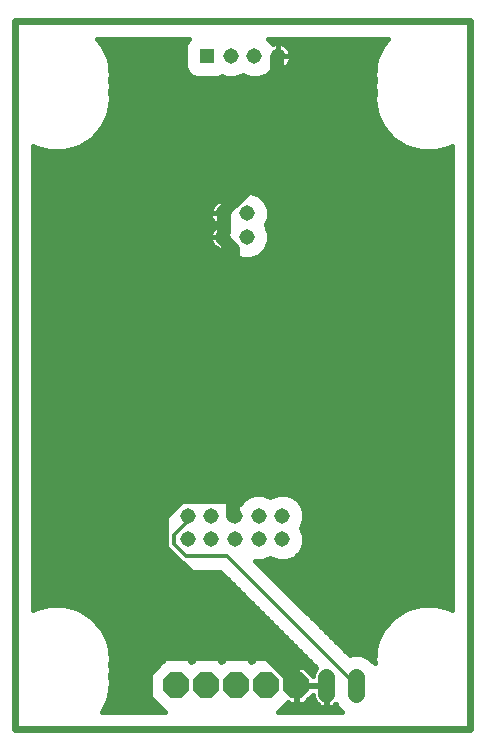
<source format=gbl>
G75*
%MOIN*%
%OFA0B0*%
%FSLAX25Y25*%
%IPPOS*%
%LPD*%
%AMOC8*
5,1,8,0,0,1.08239X$1,22.5*
%
%ADD10C,0.02400*%
%ADD11C,0.05150*%
%ADD12R,0.05150X0.05150*%
%ADD13C,0.05600*%
%ADD14OC8,0.08500*%
%ADD15C,0.04724*%
%ADD16C,0.01600*%
%ADD17C,0.01181*%
D10*
X0024406Y0031228D02*
X0175981Y0031228D01*
X0175981Y0267449D01*
X0024406Y0267449D01*
X0024406Y0031228D01*
D11*
X0081946Y0094575D03*
X0089820Y0094575D03*
X0097694Y0094575D03*
X0105568Y0094575D03*
X0113442Y0094575D03*
X0113442Y0102449D03*
X0105568Y0102449D03*
X0097694Y0102449D03*
X0089820Y0102449D03*
X0081946Y0102449D03*
X0093757Y0195362D03*
X0093757Y0203236D03*
X0101631Y0203236D03*
X0101631Y0195362D03*
X0104131Y0255638D03*
X0112005Y0255638D03*
X0096257Y0255638D03*
D12*
X0088383Y0255638D03*
D13*
X0128186Y0048713D02*
X0128186Y0043113D01*
X0138186Y0043113D02*
X0138186Y0048713D01*
D14*
X0118186Y0045913D03*
X0108186Y0045913D03*
X0098186Y0045913D03*
X0088186Y0045913D03*
X0078186Y0045913D03*
D15*
X0079111Y0085461D02*
X0073264Y0091307D01*
X0073264Y0102469D01*
X0079642Y0108846D01*
X0097182Y0108846D01*
X0097182Y0102469D01*
X0097694Y0102449D01*
X0097182Y0108846D02*
X0097182Y0191228D01*
X0093461Y0194949D01*
X0093757Y0195362D01*
X0093993Y0197606D01*
X0093993Y0202921D01*
X0093757Y0203236D01*
X0095056Y0205047D01*
X0111532Y0221524D01*
X0111532Y0255539D01*
X0112005Y0255638D01*
X0079642Y0085461D02*
X0079111Y0085461D01*
X0079642Y0085461D02*
X0117910Y0047193D01*
X0117910Y0046130D01*
X0118186Y0045913D01*
D16*
X0118386Y0045713D02*
X0118386Y0039863D01*
X0120692Y0039863D01*
X0123586Y0042757D01*
X0123586Y0042751D01*
X0123699Y0042036D01*
X0123923Y0041348D01*
X0124251Y0040702D01*
X0124677Y0040117D01*
X0125189Y0039605D01*
X0125775Y0039179D01*
X0126420Y0038850D01*
X0127109Y0038627D01*
X0127824Y0038513D01*
X0128086Y0038513D01*
X0128086Y0045813D01*
X0128286Y0045813D01*
X0128286Y0038513D01*
X0128548Y0038513D01*
X0129263Y0038627D01*
X0129951Y0038850D01*
X0130597Y0039179D01*
X0131182Y0039605D01*
X0131394Y0039816D01*
X0131796Y0038844D01*
X0133475Y0037165D01*
X0112147Y0037165D01*
X0115262Y0040281D01*
X0115680Y0039863D01*
X0117986Y0039863D01*
X0117986Y0045713D01*
X0118386Y0045713D01*
X0118386Y0046113D01*
X0123586Y0046113D01*
X0123586Y0046013D01*
X0128086Y0046013D01*
X0128086Y0045813D01*
X0123586Y0045813D01*
X0123586Y0045713D01*
X0118386Y0045713D01*
X0118386Y0046113D02*
X0117986Y0046113D01*
X0117986Y0051963D01*
X0115680Y0051963D01*
X0115262Y0051546D01*
X0111908Y0054900D01*
X0104463Y0054900D01*
X0103186Y0053623D01*
X0101908Y0054900D01*
X0094463Y0054900D01*
X0093186Y0053623D01*
X0091908Y0054900D01*
X0084463Y0054900D01*
X0083186Y0053623D01*
X0081908Y0054900D01*
X0074463Y0054900D01*
X0069199Y0049636D01*
X0069199Y0042191D01*
X0074224Y0037165D01*
X0053437Y0037165D01*
X0053442Y0037172D01*
X0055587Y0041867D01*
X0056321Y0046976D01*
X0056038Y0048945D01*
X0056321Y0050913D01*
X0056038Y0052882D01*
X0056321Y0054850D01*
X0055587Y0059960D01*
X0053442Y0064655D01*
X0053442Y0064655D01*
X0050062Y0068556D01*
X0050062Y0068556D01*
X0045719Y0071347D01*
X0040767Y0072801D01*
X0035605Y0072801D01*
X0030652Y0071347D01*
X0030343Y0071148D01*
X0030343Y0225560D01*
X0030652Y0225362D01*
X0035605Y0223907D01*
X0040767Y0223907D01*
X0045719Y0225362D01*
X0045719Y0225362D01*
X0050062Y0228152D01*
X0050062Y0228152D01*
X0050062Y0228152D01*
X0053442Y0232054D01*
X0055587Y0236749D01*
X0056321Y0241858D01*
X0056038Y0243827D01*
X0056321Y0245795D01*
X0056038Y0247764D01*
X0056321Y0249732D01*
X0055587Y0254842D01*
X0053442Y0259537D01*
X0051731Y0261512D01*
X0082408Y0261512D01*
X0081792Y0260896D01*
X0081071Y0259155D01*
X0081071Y0252121D01*
X0081792Y0250380D01*
X0083124Y0249047D01*
X0084865Y0248326D01*
X0091900Y0248326D01*
X0093351Y0248927D01*
X0094802Y0248326D01*
X0097711Y0248326D01*
X0100194Y0249354D01*
X0102676Y0248326D01*
X0105585Y0248326D01*
X0108272Y0249439D01*
X0110329Y0251496D01*
X0110361Y0251572D01*
X0110980Y0251371D01*
X0111660Y0251263D01*
X0112005Y0251263D01*
X0112349Y0251263D01*
X0113029Y0251371D01*
X0113684Y0251584D01*
X0114297Y0251896D01*
X0114855Y0252301D01*
X0115341Y0252788D01*
X0115746Y0253345D01*
X0116059Y0253958D01*
X0116272Y0254613D01*
X0116379Y0255293D01*
X0116379Y0255638D01*
X0116379Y0255982D01*
X0116272Y0256662D01*
X0116059Y0257317D01*
X0115746Y0257931D01*
X0115341Y0258488D01*
X0114855Y0258975D01*
X0114297Y0259379D01*
X0113684Y0259692D01*
X0113029Y0259905D01*
X0112349Y0260013D01*
X0112005Y0260013D01*
X0112005Y0255638D01*
X0116379Y0255638D01*
X0112005Y0255638D01*
X0112005Y0255638D01*
X0112005Y0255638D01*
X0112005Y0260013D01*
X0111660Y0260013D01*
X0110980Y0259905D01*
X0110361Y0259704D01*
X0110329Y0259780D01*
X0108597Y0261512D01*
X0148656Y0261512D01*
X0146945Y0259537D01*
X0144801Y0254842D01*
X0144801Y0254842D01*
X0144066Y0249732D01*
X0144349Y0247764D01*
X0144066Y0245795D01*
X0144349Y0243827D01*
X0144066Y0241858D01*
X0144801Y0236749D01*
X0146945Y0232054D01*
X0146945Y0232054D01*
X0150325Y0228152D01*
X0154668Y0225362D01*
X0159620Y0223907D01*
X0164782Y0223907D01*
X0169735Y0225362D01*
X0170044Y0225560D01*
X0170044Y0071148D01*
X0169735Y0071347D01*
X0164782Y0072801D01*
X0159620Y0072801D01*
X0154668Y0071347D01*
X0154668Y0071347D01*
X0150325Y0068556D01*
X0146945Y0064655D01*
X0144801Y0059960D01*
X0144066Y0054850D01*
X0144294Y0053264D01*
X0142455Y0055103D01*
X0139685Y0056250D01*
X0136686Y0056250D01*
X0135862Y0055909D01*
X0104508Y0087263D01*
X0107022Y0087263D01*
X0109505Y0088291D01*
X0111987Y0087263D01*
X0114896Y0087263D01*
X0117583Y0088376D01*
X0119640Y0090433D01*
X0120753Y0093120D01*
X0120753Y0096029D01*
X0119725Y0098512D01*
X0120753Y0100994D01*
X0120753Y0103903D01*
X0119640Y0106591D01*
X0117583Y0108647D01*
X0114896Y0109761D01*
X0111987Y0109761D01*
X0109505Y0108732D01*
X0107022Y0109761D01*
X0104113Y0109761D01*
X0101426Y0108647D01*
X0099369Y0106591D01*
X0099337Y0106515D01*
X0098718Y0106716D01*
X0098038Y0106824D01*
X0097694Y0106824D01*
X0097694Y0102449D01*
X0097693Y0102449D01*
X0097693Y0106824D01*
X0097349Y0106824D01*
X0096669Y0106716D01*
X0096050Y0106515D01*
X0096018Y0106591D01*
X0093961Y0108647D01*
X0091274Y0109761D01*
X0088365Y0109761D01*
X0085883Y0108732D01*
X0083400Y0109761D01*
X0080491Y0109761D01*
X0077804Y0108647D01*
X0075747Y0106591D01*
X0074634Y0103903D01*
X0074634Y0100994D01*
X0074708Y0100816D01*
X0074499Y0100607D01*
X0073000Y0099108D01*
X0072189Y0097150D01*
X0072189Y0091842D01*
X0073000Y0089884D01*
X0076720Y0086163D01*
X0078219Y0084665D01*
X0080177Y0083854D01*
X0092849Y0083854D01*
X0124835Y0051868D01*
X0124677Y0051710D01*
X0124251Y0051124D01*
X0123923Y0050479D01*
X0123699Y0049791D01*
X0123586Y0049075D01*
X0123586Y0049069D01*
X0120692Y0051963D01*
X0118386Y0051963D01*
X0118386Y0046113D01*
X0118386Y0046118D02*
X0117986Y0046118D01*
X0117986Y0047716D02*
X0118386Y0047716D01*
X0118386Y0049315D02*
X0117986Y0049315D01*
X0117986Y0050913D02*
X0118386Y0050913D01*
X0121742Y0050913D02*
X0124144Y0050913D01*
X0124191Y0052512D02*
X0114297Y0052512D01*
X0112698Y0054110D02*
X0122592Y0054110D01*
X0120994Y0055709D02*
X0056198Y0055709D01*
X0056215Y0054110D02*
X0073673Y0054110D01*
X0072075Y0052512D02*
X0056091Y0052512D01*
X0056321Y0050913D02*
X0070476Y0050913D01*
X0069199Y0049315D02*
X0056091Y0049315D01*
X0056215Y0047716D02*
X0069199Y0047716D01*
X0069199Y0046118D02*
X0056198Y0046118D01*
X0055968Y0044519D02*
X0069199Y0044519D01*
X0069199Y0042921D02*
X0055738Y0042921D01*
X0055587Y0041867D02*
X0055587Y0041867D01*
X0055338Y0041322D02*
X0070067Y0041322D01*
X0071666Y0039724D02*
X0054608Y0039724D01*
X0053878Y0038125D02*
X0073264Y0038125D01*
X0082698Y0054110D02*
X0083673Y0054110D01*
X0092698Y0054110D02*
X0093673Y0054110D01*
X0102698Y0054110D02*
X0103673Y0054110D01*
X0113001Y0063701D02*
X0053878Y0063701D01*
X0054608Y0062103D02*
X0114600Y0062103D01*
X0116198Y0060504D02*
X0055338Y0060504D01*
X0055587Y0059960D02*
X0055587Y0059960D01*
X0055738Y0058906D02*
X0117797Y0058906D01*
X0119395Y0057307D02*
X0055968Y0057307D01*
X0052883Y0065300D02*
X0111403Y0065300D01*
X0109804Y0066898D02*
X0051498Y0066898D01*
X0050113Y0068497D02*
X0108206Y0068497D01*
X0106607Y0070096D02*
X0047667Y0070096D01*
X0045719Y0071347D02*
X0045719Y0071347D01*
X0044537Y0071694D02*
X0105009Y0071694D01*
X0103410Y0073293D02*
X0030343Y0073293D01*
X0030343Y0074891D02*
X0101812Y0074891D01*
X0100213Y0076490D02*
X0030343Y0076490D01*
X0030343Y0078088D02*
X0098614Y0078088D01*
X0097016Y0079687D02*
X0030343Y0079687D01*
X0030343Y0081285D02*
X0095417Y0081285D01*
X0093819Y0082884D02*
X0030343Y0082884D01*
X0030343Y0084482D02*
X0078660Y0084482D01*
X0076803Y0086081D02*
X0030343Y0086081D01*
X0030343Y0087679D02*
X0075205Y0087679D01*
X0073606Y0089278D02*
X0030343Y0089278D01*
X0030343Y0090876D02*
X0072589Y0090876D01*
X0072189Y0092475D02*
X0030343Y0092475D01*
X0030343Y0094073D02*
X0072189Y0094073D01*
X0072189Y0095672D02*
X0030343Y0095672D01*
X0030343Y0097270D02*
X0072239Y0097270D01*
X0072901Y0098869D02*
X0030343Y0098869D01*
X0030343Y0100467D02*
X0074359Y0100467D01*
X0074634Y0102066D02*
X0030343Y0102066D01*
X0030343Y0103664D02*
X0074634Y0103664D01*
X0075197Y0105263D02*
X0030343Y0105263D01*
X0030343Y0106861D02*
X0076018Y0106861D01*
X0077616Y0108460D02*
X0030343Y0108460D01*
X0030343Y0110058D02*
X0170044Y0110058D01*
X0170044Y0108460D02*
X0117771Y0108460D01*
X0119370Y0106861D02*
X0170044Y0106861D01*
X0170044Y0105263D02*
X0120190Y0105263D01*
X0120753Y0103664D02*
X0170044Y0103664D01*
X0170044Y0102066D02*
X0120753Y0102066D01*
X0120535Y0100467D02*
X0170044Y0100467D01*
X0170044Y0098869D02*
X0119873Y0098869D01*
X0120239Y0097270D02*
X0170044Y0097270D01*
X0170044Y0095672D02*
X0120753Y0095672D01*
X0120753Y0094073D02*
X0170044Y0094073D01*
X0170044Y0092475D02*
X0120486Y0092475D01*
X0119824Y0090876D02*
X0170044Y0090876D01*
X0170044Y0089278D02*
X0118485Y0089278D01*
X0115901Y0087679D02*
X0170044Y0087679D01*
X0170044Y0086081D02*
X0105691Y0086081D01*
X0107289Y0084482D02*
X0170044Y0084482D01*
X0170044Y0082884D02*
X0108888Y0082884D01*
X0110486Y0081285D02*
X0170044Y0081285D01*
X0170044Y0079687D02*
X0112085Y0079687D01*
X0113683Y0078088D02*
X0170044Y0078088D01*
X0170044Y0076490D02*
X0115282Y0076490D01*
X0116880Y0074891D02*
X0170044Y0074891D01*
X0170044Y0073293D02*
X0118479Y0073293D01*
X0120077Y0071694D02*
X0155850Y0071694D01*
X0152720Y0070096D02*
X0121676Y0070096D01*
X0123274Y0068497D02*
X0150274Y0068497D01*
X0150325Y0068556D02*
X0150325Y0068556D01*
X0150325Y0068556D01*
X0148889Y0066898D02*
X0124873Y0066898D01*
X0126471Y0065300D02*
X0147504Y0065300D01*
X0146945Y0064655D02*
X0146945Y0064655D01*
X0146509Y0063701D02*
X0128070Y0063701D01*
X0129668Y0062103D02*
X0145779Y0062103D01*
X0145049Y0060504D02*
X0131267Y0060504D01*
X0132865Y0058906D02*
X0144649Y0058906D01*
X0144801Y0059960D02*
X0144801Y0059960D01*
X0144419Y0057307D02*
X0134464Y0057307D01*
X0140992Y0055709D02*
X0144189Y0055709D01*
X0144066Y0054850D02*
X0144066Y0054850D01*
X0144172Y0054110D02*
X0143448Y0054110D01*
X0131432Y0039724D02*
X0131301Y0039724D01*
X0132515Y0038125D02*
X0113107Y0038125D01*
X0114706Y0039724D02*
X0125070Y0039724D01*
X0123936Y0041322D02*
X0122151Y0041322D01*
X0118386Y0041322D02*
X0117986Y0041322D01*
X0117986Y0042921D02*
X0118386Y0042921D01*
X0118386Y0044519D02*
X0117986Y0044519D01*
X0123340Y0049315D02*
X0123624Y0049315D01*
X0128086Y0044519D02*
X0128286Y0044519D01*
X0128286Y0042921D02*
X0128086Y0042921D01*
X0128086Y0041322D02*
X0128286Y0041322D01*
X0128286Y0039724D02*
X0128086Y0039724D01*
X0168553Y0071694D02*
X0170044Y0071694D01*
X0169735Y0071347D02*
X0169735Y0071347D01*
X0170044Y0111657D02*
X0030343Y0111657D01*
X0030343Y0113255D02*
X0170044Y0113255D01*
X0170044Y0114854D02*
X0030343Y0114854D01*
X0030343Y0116452D02*
X0170044Y0116452D01*
X0170044Y0118051D02*
X0030343Y0118051D01*
X0030343Y0119649D02*
X0170044Y0119649D01*
X0170044Y0121248D02*
X0030343Y0121248D01*
X0030343Y0122846D02*
X0170044Y0122846D01*
X0170044Y0124445D02*
X0030343Y0124445D01*
X0030343Y0126043D02*
X0170044Y0126043D01*
X0170044Y0127642D02*
X0030343Y0127642D01*
X0030343Y0129240D02*
X0170044Y0129240D01*
X0170044Y0130839D02*
X0030343Y0130839D01*
X0030343Y0132437D02*
X0170044Y0132437D01*
X0170044Y0134036D02*
X0030343Y0134036D01*
X0030343Y0135634D02*
X0170044Y0135634D01*
X0170044Y0137233D02*
X0030343Y0137233D01*
X0030343Y0138832D02*
X0170044Y0138832D01*
X0170044Y0140430D02*
X0030343Y0140430D01*
X0030343Y0142029D02*
X0170044Y0142029D01*
X0170044Y0143627D02*
X0030343Y0143627D01*
X0030343Y0145226D02*
X0170044Y0145226D01*
X0170044Y0146824D02*
X0030343Y0146824D01*
X0030343Y0148423D02*
X0170044Y0148423D01*
X0170044Y0150021D02*
X0030343Y0150021D01*
X0030343Y0151620D02*
X0170044Y0151620D01*
X0170044Y0153218D02*
X0030343Y0153218D01*
X0030343Y0154817D02*
X0170044Y0154817D01*
X0170044Y0156415D02*
X0030343Y0156415D01*
X0030343Y0158014D02*
X0170044Y0158014D01*
X0170044Y0159612D02*
X0030343Y0159612D01*
X0030343Y0161211D02*
X0170044Y0161211D01*
X0170044Y0162809D02*
X0030343Y0162809D01*
X0030343Y0164408D02*
X0170044Y0164408D01*
X0170044Y0166006D02*
X0030343Y0166006D01*
X0030343Y0167605D02*
X0170044Y0167605D01*
X0170044Y0169203D02*
X0030343Y0169203D01*
X0030343Y0170802D02*
X0170044Y0170802D01*
X0170044Y0172400D02*
X0030343Y0172400D01*
X0030343Y0173999D02*
X0170044Y0173999D01*
X0170044Y0175597D02*
X0030343Y0175597D01*
X0030343Y0177196D02*
X0170044Y0177196D01*
X0170044Y0178794D02*
X0030343Y0178794D01*
X0030343Y0180393D02*
X0170044Y0180393D01*
X0170044Y0181991D02*
X0030343Y0181991D01*
X0030343Y0183590D02*
X0170044Y0183590D01*
X0170044Y0185188D02*
X0030343Y0185188D01*
X0030343Y0186787D02*
X0170044Y0186787D01*
X0170044Y0188385D02*
X0103894Y0188385D01*
X0103085Y0188050D02*
X0105772Y0189164D01*
X0107829Y0191220D01*
X0108942Y0193908D01*
X0108942Y0196817D01*
X0107914Y0199299D01*
X0108942Y0201782D01*
X0108942Y0204691D01*
X0107829Y0207378D01*
X0105772Y0209435D01*
X0103085Y0210548D01*
X0100176Y0210548D01*
X0097489Y0209435D01*
X0095432Y0207378D01*
X0095400Y0207302D01*
X0094781Y0207503D01*
X0094101Y0207611D01*
X0093757Y0207611D01*
X0093757Y0203236D01*
X0093757Y0195362D01*
X0093757Y0190987D01*
X0094101Y0190987D01*
X0094781Y0191095D01*
X0095400Y0191296D01*
X0095432Y0191220D01*
X0097489Y0189164D01*
X0100176Y0188050D01*
X0103085Y0188050D01*
X0106593Y0189984D02*
X0170044Y0189984D01*
X0170044Y0191582D02*
X0107979Y0191582D01*
X0108641Y0193181D02*
X0170044Y0193181D01*
X0170044Y0194779D02*
X0108942Y0194779D01*
X0108942Y0196378D02*
X0170044Y0196378D01*
X0170044Y0197976D02*
X0108462Y0197976D01*
X0108028Y0199575D02*
X0170044Y0199575D01*
X0170044Y0201173D02*
X0108690Y0201173D01*
X0108942Y0202772D02*
X0170044Y0202772D01*
X0170044Y0204370D02*
X0108942Y0204370D01*
X0108413Y0205969D02*
X0170044Y0205969D01*
X0170044Y0207567D02*
X0107640Y0207567D01*
X0106041Y0209166D02*
X0170044Y0209166D01*
X0170044Y0210765D02*
X0030343Y0210765D01*
X0030343Y0212363D02*
X0170044Y0212363D01*
X0170044Y0213962D02*
X0030343Y0213962D01*
X0030343Y0215560D02*
X0170044Y0215560D01*
X0170044Y0217159D02*
X0030343Y0217159D01*
X0030343Y0218757D02*
X0170044Y0218757D01*
X0170044Y0220356D02*
X0030343Y0220356D01*
X0030343Y0221954D02*
X0170044Y0221954D01*
X0170044Y0223553D02*
X0030343Y0223553D01*
X0030343Y0225151D02*
X0031369Y0225151D01*
X0030652Y0225362D02*
X0030652Y0225362D01*
X0045002Y0225151D02*
X0155385Y0225151D01*
X0154668Y0225362D02*
X0154668Y0225362D01*
X0152508Y0226750D02*
X0047879Y0226750D01*
X0050231Y0228348D02*
X0150156Y0228348D01*
X0150325Y0228152D02*
X0150325Y0228152D01*
X0148771Y0229947D02*
X0051617Y0229947D01*
X0053002Y0231545D02*
X0147385Y0231545D01*
X0146447Y0233144D02*
X0053940Y0233144D01*
X0053442Y0232054D02*
X0053442Y0232054D01*
X0054670Y0234742D02*
X0145717Y0234742D01*
X0144987Y0236341D02*
X0055400Y0236341D01*
X0055587Y0236749D02*
X0055587Y0236749D01*
X0055758Y0237939D02*
X0144629Y0237939D01*
X0144801Y0236749D02*
X0144801Y0236749D01*
X0144400Y0239538D02*
X0055987Y0239538D01*
X0056217Y0241136D02*
X0144170Y0241136D01*
X0144066Y0241858D02*
X0144066Y0241858D01*
X0144192Y0242735D02*
X0056195Y0242735D01*
X0056111Y0244333D02*
X0144276Y0244333D01*
X0144066Y0245795D02*
X0144066Y0245795D01*
X0144086Y0245932D02*
X0056301Y0245932D01*
X0056321Y0245795D02*
X0056321Y0245795D01*
X0056072Y0247530D02*
X0144315Y0247530D01*
X0144153Y0249129D02*
X0107523Y0249129D01*
X0109561Y0250727D02*
X0144209Y0250727D01*
X0144066Y0249732D02*
X0144066Y0249732D01*
X0144439Y0252326D02*
X0114880Y0252326D01*
X0116041Y0253924D02*
X0144669Y0253924D01*
X0145112Y0255523D02*
X0116379Y0255523D01*
X0116122Y0257121D02*
X0145842Y0257121D01*
X0146572Y0258720D02*
X0115109Y0258720D01*
X0112005Y0258720D02*
X0112005Y0258720D01*
X0112005Y0257121D02*
X0112005Y0257121D01*
X0112005Y0255638D02*
X0112005Y0251263D01*
X0112005Y0255638D01*
X0112005Y0255638D01*
X0112005Y0255523D02*
X0112005Y0255523D01*
X0112005Y0253924D02*
X0112005Y0253924D01*
X0112005Y0252326D02*
X0112005Y0252326D01*
X0109790Y0260318D02*
X0147622Y0260318D01*
X0146945Y0259537D02*
X0146945Y0259537D01*
X0169018Y0225151D02*
X0170044Y0225151D01*
X0100738Y0249129D02*
X0099649Y0249129D01*
X0083043Y0249129D02*
X0056234Y0249129D01*
X0056178Y0250727D02*
X0081648Y0250727D01*
X0081071Y0252326D02*
X0055948Y0252326D01*
X0055718Y0253924D02*
X0081071Y0253924D01*
X0081071Y0255523D02*
X0055275Y0255523D01*
X0055587Y0254842D02*
X0055587Y0254842D01*
X0054545Y0257121D02*
X0081071Y0257121D01*
X0081071Y0258720D02*
X0053815Y0258720D01*
X0053442Y0259537D02*
X0053442Y0259537D01*
X0052765Y0260318D02*
X0081553Y0260318D01*
X0097220Y0209166D02*
X0030343Y0209166D01*
X0030343Y0207567D02*
X0093138Y0207567D01*
X0093412Y0207611D02*
X0092732Y0207503D01*
X0092077Y0207291D01*
X0091464Y0206978D01*
X0090907Y0206573D01*
X0090420Y0206086D01*
X0090015Y0205529D01*
X0089702Y0204916D01*
X0089489Y0204261D01*
X0089382Y0203581D01*
X0089382Y0203236D01*
X0089382Y0202892D01*
X0089489Y0202212D01*
X0089702Y0201557D01*
X0090015Y0200943D01*
X0090420Y0200386D01*
X0090907Y0199899D01*
X0091464Y0199495D01*
X0091847Y0199299D01*
X0091464Y0199104D01*
X0090907Y0198699D01*
X0090420Y0198212D01*
X0090015Y0197655D01*
X0089702Y0197042D01*
X0089489Y0196387D01*
X0089382Y0195707D01*
X0089382Y0195362D01*
X0089382Y0195018D01*
X0089489Y0194338D01*
X0089702Y0193683D01*
X0090015Y0193069D01*
X0090420Y0192512D01*
X0090907Y0192025D01*
X0091464Y0191621D01*
X0092077Y0191308D01*
X0092732Y0191095D01*
X0093412Y0190987D01*
X0093756Y0190987D01*
X0093756Y0195362D01*
X0089382Y0195362D01*
X0093756Y0195362D01*
X0093756Y0195362D01*
X0093757Y0195362D01*
X0093756Y0195362D01*
X0093756Y0198861D01*
X0093756Y0203236D01*
X0089382Y0203236D01*
X0093756Y0203236D01*
X0093756Y0203236D01*
X0093757Y0203236D01*
X0093756Y0203236D01*
X0093756Y0207611D01*
X0093412Y0207611D01*
X0093756Y0207567D02*
X0093757Y0207567D01*
X0094376Y0207567D02*
X0095621Y0207567D01*
X0093756Y0205969D02*
X0093757Y0205969D01*
X0093756Y0204370D02*
X0093757Y0204370D01*
X0093756Y0202772D02*
X0093757Y0202772D01*
X0093756Y0201173D02*
X0093757Y0201173D01*
X0093756Y0199575D02*
X0093757Y0199575D01*
X0093756Y0197976D02*
X0093757Y0197976D01*
X0093756Y0196378D02*
X0093757Y0196378D01*
X0093756Y0194779D02*
X0093757Y0194779D01*
X0093756Y0193181D02*
X0093757Y0193181D01*
X0093756Y0191582D02*
X0093757Y0191582D01*
X0091539Y0191582D02*
X0030343Y0191582D01*
X0030343Y0189984D02*
X0096668Y0189984D01*
X0099367Y0188385D02*
X0030343Y0188385D01*
X0030343Y0193181D02*
X0089958Y0193181D01*
X0089420Y0194779D02*
X0030343Y0194779D01*
X0030343Y0196378D02*
X0089488Y0196378D01*
X0090248Y0197976D02*
X0030343Y0197976D01*
X0030343Y0199575D02*
X0091353Y0199575D01*
X0089898Y0201173D02*
X0030343Y0201173D01*
X0030343Y0202772D02*
X0089401Y0202772D01*
X0089525Y0204370D02*
X0030343Y0204370D01*
X0030343Y0205969D02*
X0090334Y0205969D01*
X0094149Y0108460D02*
X0101238Y0108460D01*
X0099640Y0106861D02*
X0095748Y0106861D01*
X0097693Y0105263D02*
X0097694Y0105263D01*
X0097693Y0103664D02*
X0097694Y0103664D01*
X0108027Y0087679D02*
X0110982Y0087679D01*
X0053442Y0037172D02*
X0053442Y0037172D01*
X0031834Y0071694D02*
X0030343Y0071694D01*
X0030652Y0071347D02*
X0030652Y0071347D01*
D17*
X0077516Y0092902D02*
X0081237Y0089181D01*
X0095056Y0089181D01*
X0138107Y0046130D01*
X0138186Y0045913D01*
X0081768Y0100343D02*
X0077516Y0096091D01*
X0077516Y0092902D01*
X0081768Y0100343D02*
X0081768Y0101937D01*
X0081946Y0102449D01*
M02*

</source>
